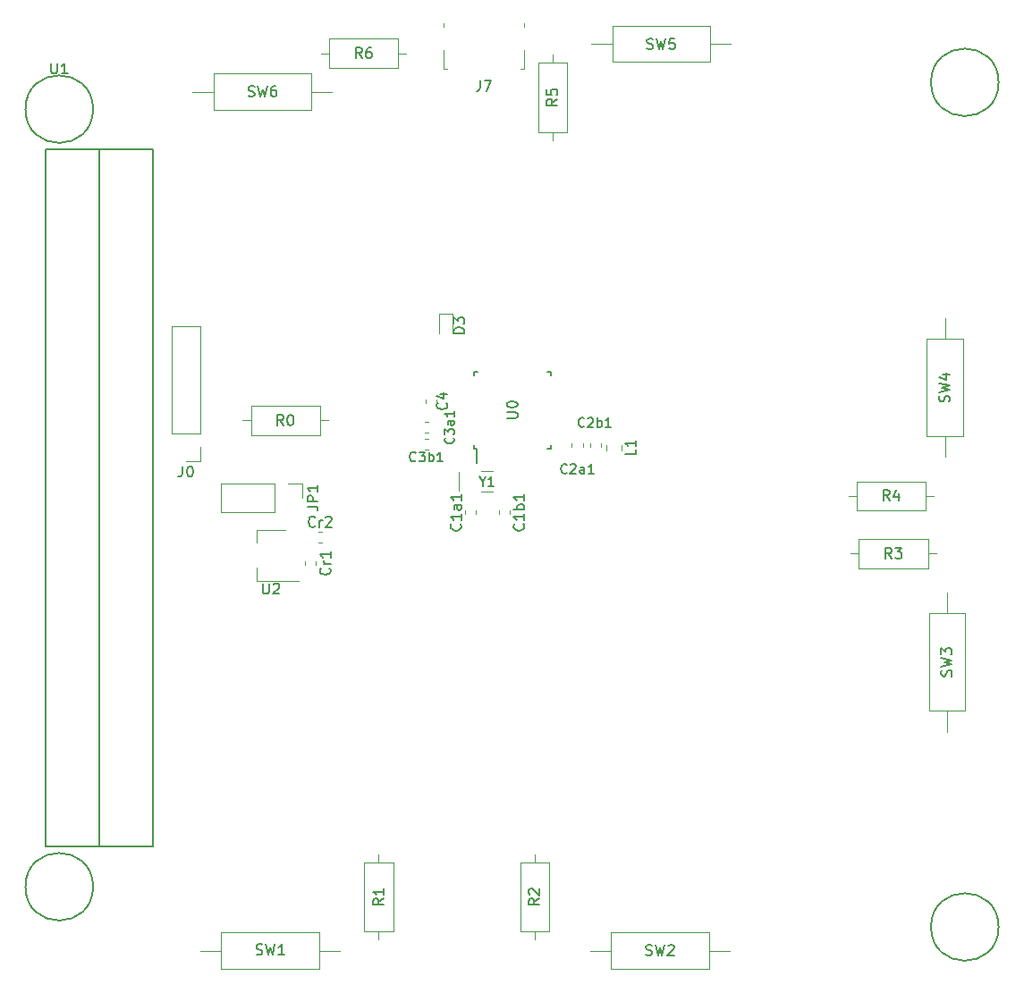
<source format=gto>
G04 #@! TF.GenerationSoftware,KiCad,Pcbnew,6.0.0-unknown-daad58e~86~ubuntu18.04.1*
G04 #@! TF.CreationDate,2019-06-14T12:13:53-04:00*
G04 #@! TF.ProjectId,DPL,44504c2e-6b69-4636-9164-5f7063625858,rev?*
G04 #@! TF.SameCoordinates,Original*
G04 #@! TF.FileFunction,Legend,Top*
G04 #@! TF.FilePolarity,Positive*
%FSLAX46Y46*%
G04 Gerber Fmt 4.6, Leading zero omitted, Abs format (unit mm)*
G04 Created by KiCad (PCBNEW 6.0.0-unknown-daad58e~86~ubuntu18.04.1) date 2019-06-14 12:13:53*
%MOMM*%
%LPD*%
G04 APERTURE LIST*
%ADD10C,0.120000*%
%ADD11C,0.200000*%
%ADD12C,0.150000*%
G04 APERTURE END LIST*
D10*
X93330000Y-75890000D02*
X90670000Y-75890000D01*
X93330000Y-86110000D02*
X93330000Y-75890000D01*
X90670000Y-86110000D02*
X90670000Y-75890000D01*
X93330000Y-86110000D02*
X90670000Y-86110000D01*
X93330000Y-87380000D02*
X93330000Y-88710000D01*
X93330000Y-88710000D02*
X92000000Y-88710000D01*
X108880000Y-133240000D02*
X111620000Y-133240000D01*
X111620000Y-133240000D02*
X111620000Y-126700000D01*
X111620000Y-126700000D02*
X108880000Y-126700000D01*
X108880000Y-126700000D02*
X108880000Y-133240000D01*
X110250000Y-134010000D02*
X110250000Y-133240000D01*
X110250000Y-125930000D02*
X110250000Y-126700000D01*
D11*
X78715000Y-59155000D02*
X88875000Y-59155000D01*
X88875000Y-59155000D02*
X88875000Y-125195000D01*
X88875000Y-125195000D02*
X78715000Y-125195000D01*
X78715000Y-125195000D02*
X78715000Y-59155000D01*
X83795000Y-59155000D02*
X83795000Y-125195000D01*
X83205000Y-55345000D02*
G75*
G03X83205000Y-55345000I-3200000J0D01*
G01*
X83205000Y-129005000D02*
G75*
G03X83205000Y-129005000I-3200000J0D01*
G01*
X168935000Y-132815000D02*
G75*
G03X168935000Y-132815000I-3200000J0D01*
G01*
X168935000Y-52805000D02*
G75*
G03X168935000Y-52805000I-3200000J0D01*
G01*
D10*
X95290000Y-90820000D02*
X95290000Y-93480000D01*
X100430000Y-90820000D02*
X95290000Y-90820000D01*
X100430000Y-93480000D02*
X95290000Y-93480000D01*
X100430000Y-90820000D02*
X100430000Y-93480000D01*
X101700000Y-90820000D02*
X103030000Y-90820000D01*
X103030000Y-90820000D02*
X103030000Y-92150000D01*
X94600000Y-51980000D02*
X94600000Y-55420000D01*
X94600000Y-55420000D02*
X103840000Y-55420000D01*
X103840000Y-55420000D02*
X103840000Y-51980000D01*
X103840000Y-51980000D02*
X94600000Y-51980000D01*
X92640000Y-53700000D02*
X94600000Y-53700000D01*
X105800000Y-53700000D02*
X103840000Y-53700000D01*
X141600000Y-50870000D02*
X141600000Y-47430000D01*
X141600000Y-47430000D02*
X132360000Y-47430000D01*
X132360000Y-47430000D02*
X132360000Y-50870000D01*
X132360000Y-50870000D02*
X141600000Y-50870000D01*
X143560000Y-49150000D02*
X141600000Y-49150000D01*
X130400000Y-49150000D02*
X132360000Y-49150000D01*
X165570000Y-77100000D02*
X162130000Y-77100000D01*
X162130000Y-77100000D02*
X162130000Y-86340000D01*
X162130000Y-86340000D02*
X165570000Y-86340000D01*
X165570000Y-86340000D02*
X165570000Y-77100000D01*
X163850000Y-75140000D02*
X163850000Y-77100000D01*
X163850000Y-88300000D02*
X163850000Y-86340000D01*
X162330000Y-112350000D02*
X165770000Y-112350000D01*
X165770000Y-112350000D02*
X165770000Y-103110000D01*
X165770000Y-103110000D02*
X162330000Y-103110000D01*
X162330000Y-103110000D02*
X162330000Y-112350000D01*
X164050000Y-114310000D02*
X164050000Y-112350000D01*
X164050000Y-101150000D02*
X164050000Y-103110000D01*
X141500000Y-136770000D02*
X141500000Y-133330000D01*
X141500000Y-133330000D02*
X132260000Y-133330000D01*
X132260000Y-133330000D02*
X132260000Y-136770000D01*
X132260000Y-136770000D02*
X141500000Y-136770000D01*
X143460000Y-135050000D02*
X141500000Y-135050000D01*
X130300000Y-135050000D02*
X132260000Y-135050000D01*
X95350000Y-133330000D02*
X95350000Y-136770000D01*
X95350000Y-136770000D02*
X104590000Y-136770000D01*
X104590000Y-136770000D02*
X104590000Y-133330000D01*
X104590000Y-133330000D02*
X95350000Y-133330000D01*
X93390000Y-135050000D02*
X95350000Y-135050000D01*
X106550000Y-135050000D02*
X104590000Y-135050000D01*
X119975000Y-89650000D02*
X121075000Y-89650000D01*
X119975000Y-91550000D02*
X121075000Y-91550000D01*
X117825000Y-89700000D02*
X117825000Y-91500000D01*
X98710000Y-96400000D02*
X98710000Y-95200000D01*
X98710000Y-95200000D02*
X101410000Y-95200000D01*
X102710000Y-100000000D02*
X98710000Y-100000000D01*
X98710000Y-100000000D02*
X98710000Y-98800000D01*
D12*
X119300000Y-87475000D02*
X119525000Y-87475000D01*
X119300000Y-80225000D02*
X119625000Y-80225000D01*
X126550000Y-80225000D02*
X126225000Y-80225000D01*
X126550000Y-87475000D02*
X126225000Y-87475000D01*
X119300000Y-87475000D02*
X119300000Y-87150000D01*
X126550000Y-87475000D02*
X126550000Y-87150000D01*
X126550000Y-80225000D02*
X126550000Y-80550000D01*
X119300000Y-80225000D02*
X119300000Y-80550000D01*
X119525000Y-87475000D02*
X119525000Y-88900000D01*
D10*
X105560000Y-48680000D02*
X105560000Y-51420000D01*
X105560000Y-51420000D02*
X112100000Y-51420000D01*
X112100000Y-51420000D02*
X112100000Y-48680000D01*
X112100000Y-48680000D02*
X105560000Y-48680000D01*
X104790000Y-50050000D02*
X105560000Y-50050000D01*
X112870000Y-50050000D02*
X112100000Y-50050000D01*
X128070000Y-50960000D02*
X125330000Y-50960000D01*
X125330000Y-50960000D02*
X125330000Y-57500000D01*
X125330000Y-57500000D02*
X128070000Y-57500000D01*
X128070000Y-57500000D02*
X128070000Y-50960000D01*
X126700000Y-50190000D02*
X126700000Y-50960000D01*
X126700000Y-58270000D02*
X126700000Y-57500000D01*
X162040000Y-93370000D02*
X162040000Y-90630000D01*
X162040000Y-90630000D02*
X155500000Y-90630000D01*
X155500000Y-90630000D02*
X155500000Y-93370000D01*
X155500000Y-93370000D02*
X162040000Y-93370000D01*
X162810000Y-92000000D02*
X162040000Y-92000000D01*
X154730000Y-92000000D02*
X155500000Y-92000000D01*
X162240000Y-98820000D02*
X162240000Y-96080000D01*
X162240000Y-96080000D02*
X155700000Y-96080000D01*
X155700000Y-96080000D02*
X155700000Y-98820000D01*
X155700000Y-98820000D02*
X162240000Y-98820000D01*
X163010000Y-97450000D02*
X162240000Y-97450000D01*
X154930000Y-97450000D02*
X155700000Y-97450000D01*
X123630000Y-133240000D02*
X126370000Y-133240000D01*
X126370000Y-133240000D02*
X126370000Y-126700000D01*
X126370000Y-126700000D02*
X123630000Y-126700000D01*
X123630000Y-126700000D02*
X123630000Y-133240000D01*
X125000000Y-134010000D02*
X125000000Y-133240000D01*
X125000000Y-125930000D02*
X125000000Y-126700000D01*
X104690000Y-86210000D02*
X104690000Y-83470000D01*
X104690000Y-83470000D02*
X98150000Y-83470000D01*
X98150000Y-83470000D02*
X98150000Y-86210000D01*
X98150000Y-86210000D02*
X104690000Y-86210000D01*
X105460000Y-84840000D02*
X104690000Y-84840000D01*
X97380000Y-84840000D02*
X98150000Y-84840000D01*
X131790000Y-87661252D02*
X131790000Y-87138748D01*
X133210000Y-87661252D02*
X133210000Y-87138748D01*
X116390000Y-51560000D02*
X116770000Y-51560000D01*
X116390000Y-47510000D02*
X116390000Y-47250000D01*
X116390000Y-51560000D02*
X116390000Y-49790000D01*
X124010000Y-51560000D02*
X123630000Y-51560000D01*
X124010000Y-49790000D02*
X124010000Y-51560000D01*
X124010000Y-47250000D02*
X124010000Y-47510000D01*
X117200000Y-74700000D02*
X116000000Y-74700000D01*
X117200000Y-76550000D02*
X117200000Y-74700000D01*
X116000000Y-76550000D02*
X116000000Y-74700000D01*
X104528733Y-95390000D02*
X104871267Y-95390000D01*
X104528733Y-96410000D02*
X104871267Y-96410000D01*
X104310000Y-98178733D02*
X104310000Y-98521267D01*
X103290000Y-98178733D02*
X103290000Y-98521267D01*
X114921267Y-87560000D02*
X114578733Y-87560000D01*
X114921267Y-86540000D02*
X114578733Y-86540000D01*
X114921267Y-86010000D02*
X114578733Y-86010000D01*
X114921267Y-84990000D02*
X114578733Y-84990000D01*
X130240000Y-87371267D02*
X130240000Y-87028733D01*
X131260000Y-87371267D02*
X131260000Y-87028733D01*
X128540000Y-87371267D02*
X128540000Y-87028733D01*
X129560000Y-87371267D02*
X129560000Y-87028733D01*
X122660000Y-93378733D02*
X122660000Y-93721267D01*
X121640000Y-93378733D02*
X121640000Y-93721267D01*
X119410000Y-93378733D02*
X119410000Y-93721267D01*
X118390000Y-93378733D02*
X118390000Y-93721267D01*
X114690000Y-83171267D02*
X114690000Y-82828733D01*
X115710000Y-83171267D02*
X115710000Y-82828733D01*
D12*
X91666666Y-89162380D02*
X91666666Y-89876666D01*
X91619047Y-90019523D01*
X91523809Y-90114761D01*
X91380952Y-90162380D01*
X91285714Y-90162380D01*
X92333333Y-89162380D02*
X92428571Y-89162380D01*
X92523809Y-89210000D01*
X92571428Y-89257619D01*
X92619047Y-89352857D01*
X92666666Y-89543333D01*
X92666666Y-89781428D01*
X92619047Y-89971904D01*
X92571428Y-90067142D01*
X92523809Y-90114761D01*
X92428571Y-90162380D01*
X92333333Y-90162380D01*
X92238095Y-90114761D01*
X92190476Y-90067142D01*
X92142857Y-89971904D01*
X92095238Y-89781428D01*
X92095238Y-89543333D01*
X92142857Y-89352857D01*
X92190476Y-89257619D01*
X92238095Y-89210000D01*
X92333333Y-89162380D01*
X110722380Y-130136666D02*
X110246190Y-130470000D01*
X110722380Y-130708095D02*
X109722380Y-130708095D01*
X109722380Y-130327142D01*
X109770000Y-130231904D01*
X109817619Y-130184285D01*
X109912857Y-130136666D01*
X110055714Y-130136666D01*
X110150952Y-130184285D01*
X110198571Y-130231904D01*
X110246190Y-130327142D01*
X110246190Y-130708095D01*
X110722380Y-129184285D02*
X110722380Y-129755714D01*
X110722380Y-129470000D02*
X109722380Y-129470000D01*
X109865238Y-129565238D01*
X109960476Y-129660476D01*
X110008095Y-129755714D01*
X79243095Y-50987380D02*
X79243095Y-51796904D01*
X79290714Y-51892142D01*
X79338333Y-51939761D01*
X79433571Y-51987380D01*
X79624047Y-51987380D01*
X79719285Y-51939761D01*
X79766904Y-51892142D01*
X79814523Y-51796904D01*
X79814523Y-50987380D01*
X80814523Y-51987380D02*
X80243095Y-51987380D01*
X80528809Y-51987380D02*
X80528809Y-50987380D01*
X80433571Y-51130238D01*
X80338333Y-51225476D01*
X80243095Y-51273095D01*
X103482380Y-92983333D02*
X104196666Y-92983333D01*
X104339523Y-93030952D01*
X104434761Y-93126190D01*
X104482380Y-93269047D01*
X104482380Y-93364285D01*
X104482380Y-92507142D02*
X103482380Y-92507142D01*
X103482380Y-92126190D01*
X103530000Y-92030952D01*
X103577619Y-91983333D01*
X103672857Y-91935714D01*
X103815714Y-91935714D01*
X103910952Y-91983333D01*
X103958571Y-92030952D01*
X104006190Y-92126190D01*
X104006190Y-92507142D01*
X104482380Y-90983333D02*
X104482380Y-91554761D01*
X104482380Y-91269047D02*
X103482380Y-91269047D01*
X103625238Y-91364285D01*
X103720476Y-91459523D01*
X103768095Y-91554761D01*
X97916666Y-54104761D02*
X98059523Y-54152380D01*
X98297619Y-54152380D01*
X98392857Y-54104761D01*
X98440476Y-54057142D01*
X98488095Y-53961904D01*
X98488095Y-53866666D01*
X98440476Y-53771428D01*
X98392857Y-53723809D01*
X98297619Y-53676190D01*
X98107142Y-53628571D01*
X98011904Y-53580952D01*
X97964285Y-53533333D01*
X97916666Y-53438095D01*
X97916666Y-53342857D01*
X97964285Y-53247619D01*
X98011904Y-53200000D01*
X98107142Y-53152380D01*
X98345238Y-53152380D01*
X98488095Y-53200000D01*
X98821428Y-53152380D02*
X99059523Y-54152380D01*
X99250000Y-53438095D01*
X99440476Y-54152380D01*
X99678571Y-53152380D01*
X100488095Y-53152380D02*
X100297619Y-53152380D01*
X100202380Y-53200000D01*
X100154761Y-53247619D01*
X100059523Y-53390476D01*
X100011904Y-53580952D01*
X100011904Y-53961904D01*
X100059523Y-54057142D01*
X100107142Y-54104761D01*
X100202380Y-54152380D01*
X100392857Y-54152380D01*
X100488095Y-54104761D01*
X100535714Y-54057142D01*
X100583333Y-53961904D01*
X100583333Y-53723809D01*
X100535714Y-53628571D01*
X100488095Y-53580952D01*
X100392857Y-53533333D01*
X100202380Y-53533333D01*
X100107142Y-53580952D01*
X100059523Y-53628571D01*
X100011904Y-53723809D01*
X135646666Y-49604761D02*
X135789523Y-49652380D01*
X136027619Y-49652380D01*
X136122857Y-49604761D01*
X136170476Y-49557142D01*
X136218095Y-49461904D01*
X136218095Y-49366666D01*
X136170476Y-49271428D01*
X136122857Y-49223809D01*
X136027619Y-49176190D01*
X135837142Y-49128571D01*
X135741904Y-49080952D01*
X135694285Y-49033333D01*
X135646666Y-48938095D01*
X135646666Y-48842857D01*
X135694285Y-48747619D01*
X135741904Y-48700000D01*
X135837142Y-48652380D01*
X136075238Y-48652380D01*
X136218095Y-48700000D01*
X136551428Y-48652380D02*
X136789523Y-49652380D01*
X136980000Y-48938095D01*
X137170476Y-49652380D01*
X137408571Y-48652380D01*
X138265714Y-48652380D02*
X137789523Y-48652380D01*
X137741904Y-49128571D01*
X137789523Y-49080952D01*
X137884761Y-49033333D01*
X138122857Y-49033333D01*
X138218095Y-49080952D01*
X138265714Y-49128571D01*
X138313333Y-49223809D01*
X138313333Y-49461904D01*
X138265714Y-49557142D01*
X138218095Y-49604761D01*
X138122857Y-49652380D01*
X137884761Y-49652380D01*
X137789523Y-49604761D01*
X137741904Y-49557142D01*
X164254761Y-83053333D02*
X164302380Y-82910476D01*
X164302380Y-82672380D01*
X164254761Y-82577142D01*
X164207142Y-82529523D01*
X164111904Y-82481904D01*
X164016666Y-82481904D01*
X163921428Y-82529523D01*
X163873809Y-82577142D01*
X163826190Y-82672380D01*
X163778571Y-82862857D01*
X163730952Y-82958095D01*
X163683333Y-83005714D01*
X163588095Y-83053333D01*
X163492857Y-83053333D01*
X163397619Y-83005714D01*
X163350000Y-82958095D01*
X163302380Y-82862857D01*
X163302380Y-82624761D01*
X163350000Y-82481904D01*
X163302380Y-82148571D02*
X164302380Y-81910476D01*
X163588095Y-81720000D01*
X164302380Y-81529523D01*
X163302380Y-81291428D01*
X163635714Y-80481904D02*
X164302380Y-80481904D01*
X163254761Y-80720000D02*
X163969047Y-80958095D01*
X163969047Y-80339047D01*
X164454761Y-109063333D02*
X164502380Y-108920476D01*
X164502380Y-108682380D01*
X164454761Y-108587142D01*
X164407142Y-108539523D01*
X164311904Y-108491904D01*
X164216666Y-108491904D01*
X164121428Y-108539523D01*
X164073809Y-108587142D01*
X164026190Y-108682380D01*
X163978571Y-108872857D01*
X163930952Y-108968095D01*
X163883333Y-109015714D01*
X163788095Y-109063333D01*
X163692857Y-109063333D01*
X163597619Y-109015714D01*
X163550000Y-108968095D01*
X163502380Y-108872857D01*
X163502380Y-108634761D01*
X163550000Y-108491904D01*
X163502380Y-108158571D02*
X164502380Y-107920476D01*
X163788095Y-107730000D01*
X164502380Y-107539523D01*
X163502380Y-107301428D01*
X163502380Y-107015714D02*
X163502380Y-106396666D01*
X163883333Y-106730000D01*
X163883333Y-106587142D01*
X163930952Y-106491904D01*
X163978571Y-106444285D01*
X164073809Y-106396666D01*
X164311904Y-106396666D01*
X164407142Y-106444285D01*
X164454761Y-106491904D01*
X164502380Y-106587142D01*
X164502380Y-106872857D01*
X164454761Y-106968095D01*
X164407142Y-107015714D01*
X135546666Y-135454761D02*
X135689523Y-135502380D01*
X135927619Y-135502380D01*
X136022857Y-135454761D01*
X136070476Y-135407142D01*
X136118095Y-135311904D01*
X136118095Y-135216666D01*
X136070476Y-135121428D01*
X136022857Y-135073809D01*
X135927619Y-135026190D01*
X135737142Y-134978571D01*
X135641904Y-134930952D01*
X135594285Y-134883333D01*
X135546666Y-134788095D01*
X135546666Y-134692857D01*
X135594285Y-134597619D01*
X135641904Y-134550000D01*
X135737142Y-134502380D01*
X135975238Y-134502380D01*
X136118095Y-134550000D01*
X136451428Y-134502380D02*
X136689523Y-135502380D01*
X136880000Y-134788095D01*
X137070476Y-135502380D01*
X137308571Y-134502380D01*
X137641904Y-134597619D02*
X137689523Y-134550000D01*
X137784761Y-134502380D01*
X138022857Y-134502380D01*
X138118095Y-134550000D01*
X138165714Y-134597619D01*
X138213333Y-134692857D01*
X138213333Y-134788095D01*
X138165714Y-134930952D01*
X137594285Y-135502380D01*
X138213333Y-135502380D01*
X98666666Y-135404761D02*
X98809523Y-135452380D01*
X99047619Y-135452380D01*
X99142857Y-135404761D01*
X99190476Y-135357142D01*
X99238095Y-135261904D01*
X99238095Y-135166666D01*
X99190476Y-135071428D01*
X99142857Y-135023809D01*
X99047619Y-134976190D01*
X98857142Y-134928571D01*
X98761904Y-134880952D01*
X98714285Y-134833333D01*
X98666666Y-134738095D01*
X98666666Y-134642857D01*
X98714285Y-134547619D01*
X98761904Y-134500000D01*
X98857142Y-134452380D01*
X99095238Y-134452380D01*
X99238095Y-134500000D01*
X99571428Y-134452380D02*
X99809523Y-135452380D01*
X100000000Y-134738095D01*
X100190476Y-135452380D01*
X100428571Y-134452380D01*
X101333333Y-135452380D02*
X100761904Y-135452380D01*
X101047619Y-135452380D02*
X101047619Y-134452380D01*
X100952380Y-134595238D01*
X100857142Y-134690476D01*
X100761904Y-134738095D01*
X120096428Y-90628571D02*
X120096428Y-91057142D01*
X119796428Y-90157142D02*
X120096428Y-90628571D01*
X120396428Y-90157142D01*
X121167857Y-91057142D02*
X120653571Y-91057142D01*
X120910714Y-91057142D02*
X120910714Y-90157142D01*
X120825000Y-90285714D01*
X120739285Y-90371428D01*
X120653571Y-90414285D01*
X99278095Y-100252380D02*
X99278095Y-101061904D01*
X99325714Y-101157142D01*
X99373333Y-101204761D01*
X99468571Y-101252380D01*
X99659047Y-101252380D01*
X99754285Y-101204761D01*
X99801904Y-101157142D01*
X99849523Y-101061904D01*
X99849523Y-100252380D01*
X100278095Y-100347619D02*
X100325714Y-100300000D01*
X100420952Y-100252380D01*
X100659047Y-100252380D01*
X100754285Y-100300000D01*
X100801904Y-100347619D01*
X100849523Y-100442857D01*
X100849523Y-100538095D01*
X100801904Y-100680952D01*
X100230476Y-101252380D01*
X100849523Y-101252380D01*
X122377380Y-84611904D02*
X123186904Y-84611904D01*
X123282142Y-84564285D01*
X123329761Y-84516666D01*
X123377380Y-84421428D01*
X123377380Y-84230952D01*
X123329761Y-84135714D01*
X123282142Y-84088095D01*
X123186904Y-84040476D01*
X122377380Y-84040476D01*
X122377380Y-83373809D02*
X122377380Y-83278571D01*
X122425000Y-83183333D01*
X122472619Y-83135714D01*
X122567857Y-83088095D01*
X122758333Y-83040476D01*
X122996428Y-83040476D01*
X123186904Y-83088095D01*
X123282142Y-83135714D01*
X123329761Y-83183333D01*
X123377380Y-83278571D01*
X123377380Y-83373809D01*
X123329761Y-83469047D01*
X123282142Y-83516666D01*
X123186904Y-83564285D01*
X122996428Y-83611904D01*
X122758333Y-83611904D01*
X122567857Y-83564285D01*
X122472619Y-83516666D01*
X122425000Y-83469047D01*
X122377380Y-83373809D01*
X108663333Y-50502380D02*
X108330000Y-50026190D01*
X108091904Y-50502380D02*
X108091904Y-49502380D01*
X108472857Y-49502380D01*
X108568095Y-49550000D01*
X108615714Y-49597619D01*
X108663333Y-49692857D01*
X108663333Y-49835714D01*
X108615714Y-49930952D01*
X108568095Y-49978571D01*
X108472857Y-50026190D01*
X108091904Y-50026190D01*
X109520476Y-49502380D02*
X109330000Y-49502380D01*
X109234761Y-49550000D01*
X109187142Y-49597619D01*
X109091904Y-49740476D01*
X109044285Y-49930952D01*
X109044285Y-50311904D01*
X109091904Y-50407142D01*
X109139523Y-50454761D01*
X109234761Y-50502380D01*
X109425238Y-50502380D01*
X109520476Y-50454761D01*
X109568095Y-50407142D01*
X109615714Y-50311904D01*
X109615714Y-50073809D01*
X109568095Y-49978571D01*
X109520476Y-49930952D01*
X109425238Y-49883333D01*
X109234761Y-49883333D01*
X109139523Y-49930952D01*
X109091904Y-49978571D01*
X109044285Y-50073809D01*
X127152380Y-54396666D02*
X126676190Y-54730000D01*
X127152380Y-54968095D02*
X126152380Y-54968095D01*
X126152380Y-54587142D01*
X126200000Y-54491904D01*
X126247619Y-54444285D01*
X126342857Y-54396666D01*
X126485714Y-54396666D01*
X126580952Y-54444285D01*
X126628571Y-54491904D01*
X126676190Y-54587142D01*
X126676190Y-54968095D01*
X126152380Y-53491904D02*
X126152380Y-53968095D01*
X126628571Y-54015714D01*
X126580952Y-53968095D01*
X126533333Y-53872857D01*
X126533333Y-53634761D01*
X126580952Y-53539523D01*
X126628571Y-53491904D01*
X126723809Y-53444285D01*
X126961904Y-53444285D01*
X127057142Y-53491904D01*
X127104761Y-53539523D01*
X127152380Y-53634761D01*
X127152380Y-53872857D01*
X127104761Y-53968095D01*
X127057142Y-54015714D01*
X158603333Y-92422380D02*
X158270000Y-91946190D01*
X158031904Y-92422380D02*
X158031904Y-91422380D01*
X158412857Y-91422380D01*
X158508095Y-91470000D01*
X158555714Y-91517619D01*
X158603333Y-91612857D01*
X158603333Y-91755714D01*
X158555714Y-91850952D01*
X158508095Y-91898571D01*
X158412857Y-91946190D01*
X158031904Y-91946190D01*
X159460476Y-91755714D02*
X159460476Y-92422380D01*
X159222380Y-91374761D02*
X158984285Y-92089047D01*
X159603333Y-92089047D01*
X158803333Y-97902380D02*
X158470000Y-97426190D01*
X158231904Y-97902380D02*
X158231904Y-96902380D01*
X158612857Y-96902380D01*
X158708095Y-96950000D01*
X158755714Y-96997619D01*
X158803333Y-97092857D01*
X158803333Y-97235714D01*
X158755714Y-97330952D01*
X158708095Y-97378571D01*
X158612857Y-97426190D01*
X158231904Y-97426190D01*
X159136666Y-96902380D02*
X159755714Y-96902380D01*
X159422380Y-97283333D01*
X159565238Y-97283333D01*
X159660476Y-97330952D01*
X159708095Y-97378571D01*
X159755714Y-97473809D01*
X159755714Y-97711904D01*
X159708095Y-97807142D01*
X159660476Y-97854761D01*
X159565238Y-97902380D01*
X159279523Y-97902380D01*
X159184285Y-97854761D01*
X159136666Y-97807142D01*
X125452380Y-130136666D02*
X124976190Y-130470000D01*
X125452380Y-130708095D02*
X124452380Y-130708095D01*
X124452380Y-130327142D01*
X124500000Y-130231904D01*
X124547619Y-130184285D01*
X124642857Y-130136666D01*
X124785714Y-130136666D01*
X124880952Y-130184285D01*
X124928571Y-130231904D01*
X124976190Y-130327142D01*
X124976190Y-130708095D01*
X124547619Y-129755714D02*
X124500000Y-129708095D01*
X124452380Y-129612857D01*
X124452380Y-129374761D01*
X124500000Y-129279523D01*
X124547619Y-129231904D01*
X124642857Y-129184285D01*
X124738095Y-129184285D01*
X124880952Y-129231904D01*
X125452380Y-129803333D01*
X125452380Y-129184285D01*
X101223333Y-85292380D02*
X100890000Y-84816190D01*
X100651904Y-85292380D02*
X100651904Y-84292380D01*
X101032857Y-84292380D01*
X101128095Y-84340000D01*
X101175714Y-84387619D01*
X101223333Y-84482857D01*
X101223333Y-84625714D01*
X101175714Y-84720952D01*
X101128095Y-84768571D01*
X101032857Y-84816190D01*
X100651904Y-84816190D01*
X101842380Y-84292380D02*
X101937619Y-84292380D01*
X102032857Y-84340000D01*
X102080476Y-84387619D01*
X102128095Y-84482857D01*
X102175714Y-84673333D01*
X102175714Y-84911428D01*
X102128095Y-85101904D01*
X102080476Y-85197142D01*
X102032857Y-85244761D01*
X101937619Y-85292380D01*
X101842380Y-85292380D01*
X101747142Y-85244761D01*
X101699523Y-85197142D01*
X101651904Y-85101904D01*
X101604285Y-84911428D01*
X101604285Y-84673333D01*
X101651904Y-84482857D01*
X101699523Y-84387619D01*
X101747142Y-84340000D01*
X101842380Y-84292380D01*
X134552380Y-87566666D02*
X134552380Y-88042857D01*
X133552380Y-88042857D01*
X134552380Y-86709523D02*
X134552380Y-87280952D01*
X134552380Y-86995238D02*
X133552380Y-86995238D01*
X133695238Y-87090476D01*
X133790476Y-87185714D01*
X133838095Y-87280952D01*
X119866666Y-52602380D02*
X119866666Y-53316666D01*
X119819047Y-53459523D01*
X119723809Y-53554761D01*
X119580952Y-53602380D01*
X119485714Y-53602380D01*
X120247619Y-52602380D02*
X120914285Y-52602380D01*
X120485714Y-53602380D01*
X118352380Y-76588095D02*
X117352380Y-76588095D01*
X117352380Y-76350000D01*
X117400000Y-76207142D01*
X117495238Y-76111904D01*
X117590476Y-76064285D01*
X117780952Y-76016666D01*
X117923809Y-76016666D01*
X118114285Y-76064285D01*
X118209523Y-76111904D01*
X118304761Y-76207142D01*
X118352380Y-76350000D01*
X118352380Y-76588095D01*
X117352380Y-75683333D02*
X117352380Y-75064285D01*
X117733333Y-75397619D01*
X117733333Y-75254761D01*
X117780952Y-75159523D01*
X117828571Y-75111904D01*
X117923809Y-75064285D01*
X118161904Y-75064285D01*
X118257142Y-75111904D01*
X118304761Y-75159523D01*
X118352380Y-75254761D01*
X118352380Y-75540476D01*
X118304761Y-75635714D01*
X118257142Y-75683333D01*
X104223809Y-94827142D02*
X104176190Y-94874761D01*
X104033333Y-94922380D01*
X103938095Y-94922380D01*
X103795238Y-94874761D01*
X103700000Y-94779523D01*
X103652380Y-94684285D01*
X103604761Y-94493809D01*
X103604761Y-94350952D01*
X103652380Y-94160476D01*
X103700000Y-94065238D01*
X103795238Y-93970000D01*
X103938095Y-93922380D01*
X104033333Y-93922380D01*
X104176190Y-93970000D01*
X104223809Y-94017619D01*
X104652380Y-94922380D02*
X104652380Y-94255714D01*
X104652380Y-94446190D02*
X104700000Y-94350952D01*
X104747619Y-94303333D01*
X104842857Y-94255714D01*
X104938095Y-94255714D01*
X105223809Y-94017619D02*
X105271428Y-93970000D01*
X105366666Y-93922380D01*
X105604761Y-93922380D01*
X105700000Y-93970000D01*
X105747619Y-94017619D01*
X105795238Y-94112857D01*
X105795238Y-94208095D01*
X105747619Y-94350952D01*
X105176190Y-94922380D01*
X105795238Y-94922380D01*
X105587142Y-98826190D02*
X105634761Y-98873809D01*
X105682380Y-99016666D01*
X105682380Y-99111904D01*
X105634761Y-99254761D01*
X105539523Y-99350000D01*
X105444285Y-99397619D01*
X105253809Y-99445238D01*
X105110952Y-99445238D01*
X104920476Y-99397619D01*
X104825238Y-99350000D01*
X104730000Y-99254761D01*
X104682380Y-99111904D01*
X104682380Y-99016666D01*
X104730000Y-98873809D01*
X104777619Y-98826190D01*
X105682380Y-98397619D02*
X105015714Y-98397619D01*
X105206190Y-98397619D02*
X105110952Y-98350000D01*
X105063333Y-98302380D01*
X105015714Y-98207142D01*
X105015714Y-98111904D01*
X105682380Y-97254761D02*
X105682380Y-97826190D01*
X105682380Y-97540476D02*
X104682380Y-97540476D01*
X104825238Y-97635714D01*
X104920476Y-97730952D01*
X104968095Y-97826190D01*
X113764285Y-88621428D02*
X113721428Y-88664285D01*
X113592857Y-88707142D01*
X113507142Y-88707142D01*
X113378571Y-88664285D01*
X113292857Y-88578571D01*
X113250000Y-88492857D01*
X113207142Y-88321428D01*
X113207142Y-88192857D01*
X113250000Y-88021428D01*
X113292857Y-87935714D01*
X113378571Y-87850000D01*
X113507142Y-87807142D01*
X113592857Y-87807142D01*
X113721428Y-87850000D01*
X113764285Y-87892857D01*
X114064285Y-87807142D02*
X114621428Y-87807142D01*
X114321428Y-88150000D01*
X114450000Y-88150000D01*
X114535714Y-88192857D01*
X114578571Y-88235714D01*
X114621428Y-88321428D01*
X114621428Y-88535714D01*
X114578571Y-88621428D01*
X114535714Y-88664285D01*
X114450000Y-88707142D01*
X114192857Y-88707142D01*
X114107142Y-88664285D01*
X114064285Y-88621428D01*
X115007142Y-88707142D02*
X115007142Y-87807142D01*
X115007142Y-88150000D02*
X115092857Y-88107142D01*
X115264285Y-88107142D01*
X115350000Y-88150000D01*
X115392857Y-88192857D01*
X115435714Y-88278571D01*
X115435714Y-88535714D01*
X115392857Y-88621428D01*
X115350000Y-88664285D01*
X115264285Y-88707142D01*
X115092857Y-88707142D01*
X115007142Y-88664285D01*
X116292857Y-88707142D02*
X115778571Y-88707142D01*
X116035714Y-88707142D02*
X116035714Y-87807142D01*
X115950000Y-87935714D01*
X115864285Y-88021428D01*
X115778571Y-88064285D01*
X117321428Y-86485714D02*
X117364285Y-86528571D01*
X117407142Y-86657142D01*
X117407142Y-86742857D01*
X117364285Y-86871428D01*
X117278571Y-86957142D01*
X117192857Y-87000000D01*
X117021428Y-87042857D01*
X116892857Y-87042857D01*
X116721428Y-87000000D01*
X116635714Y-86957142D01*
X116550000Y-86871428D01*
X116507142Y-86742857D01*
X116507142Y-86657142D01*
X116550000Y-86528571D01*
X116592857Y-86485714D01*
X116507142Y-86185714D02*
X116507142Y-85628571D01*
X116850000Y-85928571D01*
X116850000Y-85800000D01*
X116892857Y-85714285D01*
X116935714Y-85671428D01*
X117021428Y-85628571D01*
X117235714Y-85628571D01*
X117321428Y-85671428D01*
X117364285Y-85714285D01*
X117407142Y-85800000D01*
X117407142Y-86057142D01*
X117364285Y-86142857D01*
X117321428Y-86185714D01*
X117407142Y-84857142D02*
X116935714Y-84857142D01*
X116850000Y-84900000D01*
X116807142Y-84985714D01*
X116807142Y-85157142D01*
X116850000Y-85242857D01*
X117364285Y-84857142D02*
X117407142Y-84942857D01*
X117407142Y-85157142D01*
X117364285Y-85242857D01*
X117278571Y-85285714D01*
X117192857Y-85285714D01*
X117107142Y-85242857D01*
X117064285Y-85157142D01*
X117064285Y-84942857D01*
X117021428Y-84857142D01*
X117407142Y-83957142D02*
X117407142Y-84471428D01*
X117407142Y-84214285D02*
X116507142Y-84214285D01*
X116635714Y-84300000D01*
X116721428Y-84385714D01*
X116764285Y-84471428D01*
X129714285Y-85371428D02*
X129671428Y-85414285D01*
X129542857Y-85457142D01*
X129457142Y-85457142D01*
X129328571Y-85414285D01*
X129242857Y-85328571D01*
X129200000Y-85242857D01*
X129157142Y-85071428D01*
X129157142Y-84942857D01*
X129200000Y-84771428D01*
X129242857Y-84685714D01*
X129328571Y-84600000D01*
X129457142Y-84557142D01*
X129542857Y-84557142D01*
X129671428Y-84600000D01*
X129714285Y-84642857D01*
X130057142Y-84642857D02*
X130100000Y-84600000D01*
X130185714Y-84557142D01*
X130400000Y-84557142D01*
X130485714Y-84600000D01*
X130528571Y-84642857D01*
X130571428Y-84728571D01*
X130571428Y-84814285D01*
X130528571Y-84942857D01*
X130014285Y-85457142D01*
X130571428Y-85457142D01*
X130957142Y-85457142D02*
X130957142Y-84557142D01*
X130957142Y-84900000D02*
X131042857Y-84857142D01*
X131214285Y-84857142D01*
X131300000Y-84900000D01*
X131342857Y-84942857D01*
X131385714Y-85028571D01*
X131385714Y-85285714D01*
X131342857Y-85371428D01*
X131300000Y-85414285D01*
X131214285Y-85457142D01*
X131042857Y-85457142D01*
X130957142Y-85414285D01*
X132242857Y-85457142D02*
X131728571Y-85457142D01*
X131985714Y-85457142D02*
X131985714Y-84557142D01*
X131900000Y-84685714D01*
X131814285Y-84771428D01*
X131728571Y-84814285D01*
X128064285Y-89771428D02*
X128021428Y-89814285D01*
X127892857Y-89857142D01*
X127807142Y-89857142D01*
X127678571Y-89814285D01*
X127592857Y-89728571D01*
X127550000Y-89642857D01*
X127507142Y-89471428D01*
X127507142Y-89342857D01*
X127550000Y-89171428D01*
X127592857Y-89085714D01*
X127678571Y-89000000D01*
X127807142Y-88957142D01*
X127892857Y-88957142D01*
X128021428Y-89000000D01*
X128064285Y-89042857D01*
X128407142Y-89042857D02*
X128450000Y-89000000D01*
X128535714Y-88957142D01*
X128750000Y-88957142D01*
X128835714Y-89000000D01*
X128878571Y-89042857D01*
X128921428Y-89128571D01*
X128921428Y-89214285D01*
X128878571Y-89342857D01*
X128364285Y-89857142D01*
X128921428Y-89857142D01*
X129692857Y-89857142D02*
X129692857Y-89385714D01*
X129650000Y-89300000D01*
X129564285Y-89257142D01*
X129392857Y-89257142D01*
X129307142Y-89300000D01*
X129692857Y-89814285D02*
X129607142Y-89857142D01*
X129392857Y-89857142D01*
X129307142Y-89814285D01*
X129264285Y-89728571D01*
X129264285Y-89642857D01*
X129307142Y-89557142D01*
X129392857Y-89514285D01*
X129607142Y-89514285D01*
X129692857Y-89471428D01*
X130592857Y-89857142D02*
X130078571Y-89857142D01*
X130335714Y-89857142D02*
X130335714Y-88957142D01*
X130250000Y-89085714D01*
X130164285Y-89171428D01*
X130078571Y-89214285D01*
X123937142Y-94645238D02*
X123984761Y-94692857D01*
X124032380Y-94835714D01*
X124032380Y-94930952D01*
X123984761Y-95073809D01*
X123889523Y-95169047D01*
X123794285Y-95216666D01*
X123603809Y-95264285D01*
X123460952Y-95264285D01*
X123270476Y-95216666D01*
X123175238Y-95169047D01*
X123080000Y-95073809D01*
X123032380Y-94930952D01*
X123032380Y-94835714D01*
X123080000Y-94692857D01*
X123127619Y-94645238D01*
X124032380Y-93692857D02*
X124032380Y-94264285D01*
X124032380Y-93978571D02*
X123032380Y-93978571D01*
X123175238Y-94073809D01*
X123270476Y-94169047D01*
X123318095Y-94264285D01*
X124032380Y-93264285D02*
X123032380Y-93264285D01*
X123413333Y-93264285D02*
X123365714Y-93169047D01*
X123365714Y-92978571D01*
X123413333Y-92883333D01*
X123460952Y-92835714D01*
X123556190Y-92788095D01*
X123841904Y-92788095D01*
X123937142Y-92835714D01*
X123984761Y-92883333D01*
X124032380Y-92978571D01*
X124032380Y-93169047D01*
X123984761Y-93264285D01*
X124032380Y-91835714D02*
X124032380Y-92407142D01*
X124032380Y-92121428D02*
X123032380Y-92121428D01*
X123175238Y-92216666D01*
X123270476Y-92311904D01*
X123318095Y-92407142D01*
X117957142Y-94645238D02*
X118004761Y-94692857D01*
X118052380Y-94835714D01*
X118052380Y-94930952D01*
X118004761Y-95073809D01*
X117909523Y-95169047D01*
X117814285Y-95216666D01*
X117623809Y-95264285D01*
X117480952Y-95264285D01*
X117290476Y-95216666D01*
X117195238Y-95169047D01*
X117100000Y-95073809D01*
X117052380Y-94930952D01*
X117052380Y-94835714D01*
X117100000Y-94692857D01*
X117147619Y-94645238D01*
X118052380Y-93692857D02*
X118052380Y-94264285D01*
X118052380Y-93978571D02*
X117052380Y-93978571D01*
X117195238Y-94073809D01*
X117290476Y-94169047D01*
X117338095Y-94264285D01*
X118052380Y-92835714D02*
X117528571Y-92835714D01*
X117433333Y-92883333D01*
X117385714Y-92978571D01*
X117385714Y-93169047D01*
X117433333Y-93264285D01*
X118004761Y-92835714D02*
X118052380Y-92930952D01*
X118052380Y-93169047D01*
X118004761Y-93264285D01*
X117909523Y-93311904D01*
X117814285Y-93311904D01*
X117719047Y-93264285D01*
X117671428Y-93169047D01*
X117671428Y-92930952D01*
X117623809Y-92835714D01*
X118052380Y-91835714D02*
X118052380Y-92407142D01*
X118052380Y-92121428D02*
X117052380Y-92121428D01*
X117195238Y-92216666D01*
X117290476Y-92311904D01*
X117338095Y-92407142D01*
X116657142Y-83166666D02*
X116704761Y-83214285D01*
X116752380Y-83357142D01*
X116752380Y-83452380D01*
X116704761Y-83595238D01*
X116609523Y-83690476D01*
X116514285Y-83738095D01*
X116323809Y-83785714D01*
X116180952Y-83785714D01*
X115990476Y-83738095D01*
X115895238Y-83690476D01*
X115800000Y-83595238D01*
X115752380Y-83452380D01*
X115752380Y-83357142D01*
X115800000Y-83214285D01*
X115847619Y-83166666D01*
X116085714Y-82309523D02*
X116752380Y-82309523D01*
X115704761Y-82547619D02*
X116419047Y-82785714D01*
X116419047Y-82166666D01*
M02*

</source>
